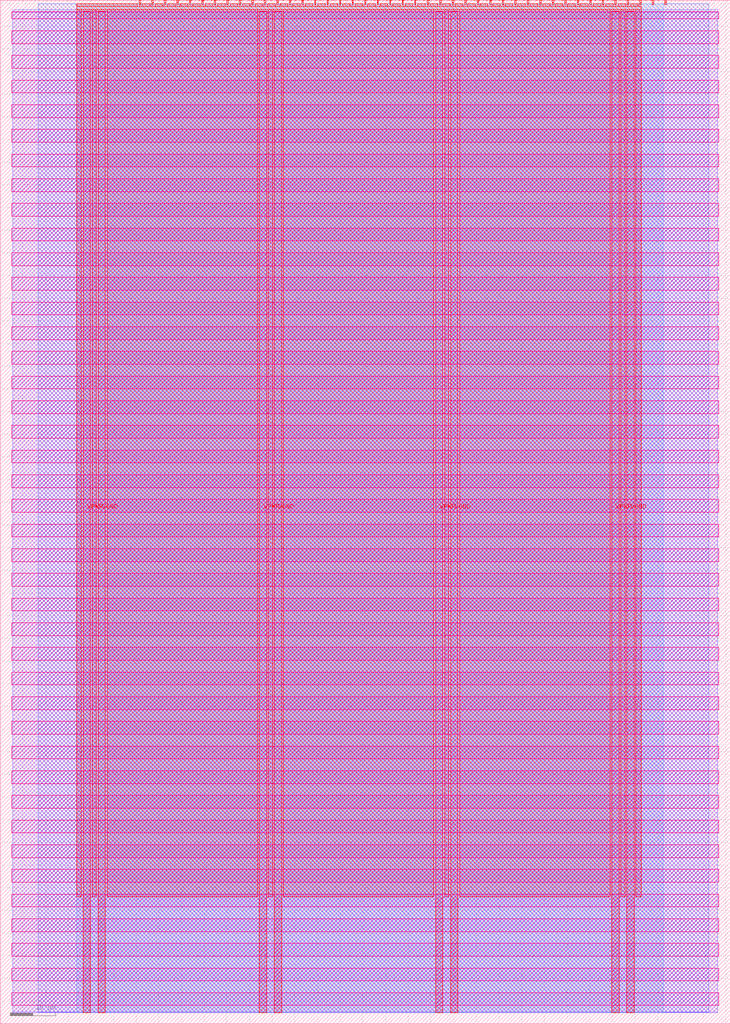
<source format=lef>
VERSION 5.7 ;
  NOWIREEXTENSIONATPIN ON ;
  DIVIDERCHAR "/" ;
  BUSBITCHARS "[]" ;
MACRO tt_um_16_mic_beamformer_arghunter
  CLASS BLOCK ;
  FOREIGN tt_um_16_mic_beamformer_arghunter ;
  ORIGIN 0.000 0.000 ;
  SIZE 161.000 BY 225.760 ;
  PIN VGND
    DIRECTION INOUT ;
    USE GROUND ;
    PORT
      LAYER met4 ;
        RECT 21.580 2.480 23.180 223.280 ;
    END
    PORT
      LAYER met4 ;
        RECT 60.450 2.480 62.050 223.280 ;
    END
    PORT
      LAYER met4 ;
        RECT 99.320 2.480 100.920 223.280 ;
    END
    PORT
      LAYER met4 ;
        RECT 138.190 2.480 139.790 223.280 ;
    END
  END VGND
  PIN VPWR
    DIRECTION INOUT ;
    USE POWER ;
    PORT
      LAYER met4 ;
        RECT 18.280 2.480 19.880 223.280 ;
    END
    PORT
      LAYER met4 ;
        RECT 57.150 2.480 58.750 223.280 ;
    END
    PORT
      LAYER met4 ;
        RECT 96.020 2.480 97.620 223.280 ;
    END
    PORT
      LAYER met4 ;
        RECT 134.890 2.480 136.490 223.280 ;
    END
  END VPWR
  PIN clk
    DIRECTION INPUT ;
    USE SIGNAL ;
    PORT
      LAYER met4 ;
        RECT 143.830 224.760 144.130 225.760 ;
    END
  END clk
  PIN ena
    DIRECTION INPUT ;
    USE SIGNAL ;
    PORT
      LAYER met4 ;
        RECT 146.590 224.760 146.890 225.760 ;
    END
  END ena
  PIN rst_n
    DIRECTION INPUT ;
    USE SIGNAL ;
    ANTENNAGATEAREA 0.196500 ;
    PORT
      LAYER met4 ;
        RECT 141.070 224.760 141.370 225.760 ;
    END
  END rst_n
  PIN ui_in[0]
    DIRECTION INPUT ;
    USE SIGNAL ;
    ANTENNAGATEAREA 0.196500 ;
    PORT
      LAYER met4 ;
        RECT 138.310 224.760 138.610 225.760 ;
    END
  END ui_in[0]
  PIN ui_in[1]
    DIRECTION INPUT ;
    USE SIGNAL ;
    ANTENNAGATEAREA 0.196500 ;
    PORT
      LAYER met4 ;
        RECT 135.550 224.760 135.850 225.760 ;
    END
  END ui_in[1]
  PIN ui_in[2]
    DIRECTION INPUT ;
    USE SIGNAL ;
    ANTENNAGATEAREA 0.196500 ;
    PORT
      LAYER met4 ;
        RECT 132.790 224.760 133.090 225.760 ;
    END
  END ui_in[2]
  PIN ui_in[3]
    DIRECTION INPUT ;
    USE SIGNAL ;
    ANTENNAGATEAREA 0.196500 ;
    PORT
      LAYER met4 ;
        RECT 130.030 224.760 130.330 225.760 ;
    END
  END ui_in[3]
  PIN ui_in[4]
    DIRECTION INPUT ;
    USE SIGNAL ;
    ANTENNAGATEAREA 0.196500 ;
    PORT
      LAYER met4 ;
        RECT 127.270 224.760 127.570 225.760 ;
    END
  END ui_in[4]
  PIN ui_in[5]
    DIRECTION INPUT ;
    USE SIGNAL ;
    ANTENNAGATEAREA 0.196500 ;
    PORT
      LAYER met4 ;
        RECT 124.510 224.760 124.810 225.760 ;
    END
  END ui_in[5]
  PIN ui_in[6]
    DIRECTION INPUT ;
    USE SIGNAL ;
    ANTENNAGATEAREA 0.196500 ;
    PORT
      LAYER met4 ;
        RECT 121.750 224.760 122.050 225.760 ;
    END
  END ui_in[6]
  PIN ui_in[7]
    DIRECTION INPUT ;
    USE SIGNAL ;
    ANTENNAGATEAREA 0.196500 ;
    PORT
      LAYER met4 ;
        RECT 118.990 224.760 119.290 225.760 ;
    END
  END ui_in[7]
  PIN uio_in[0]
    DIRECTION INPUT ;
    USE SIGNAL ;
    ANTENNAGATEAREA 0.213000 ;
    PORT
      LAYER met4 ;
        RECT 116.230 224.760 116.530 225.760 ;
    END
  END uio_in[0]
  PIN uio_in[1]
    DIRECTION INPUT ;
    USE SIGNAL ;
    ANTENNAGATEAREA 0.159000 ;
    PORT
      LAYER met4 ;
        RECT 113.470 224.760 113.770 225.760 ;
    END
  END uio_in[1]
  PIN uio_in[2]
    DIRECTION INPUT ;
    USE SIGNAL ;
    PORT
      LAYER met4 ;
        RECT 110.710 224.760 111.010 225.760 ;
    END
  END uio_in[2]
  PIN uio_in[3]
    DIRECTION INPUT ;
    USE SIGNAL ;
    PORT
      LAYER met4 ;
        RECT 107.950 224.760 108.250 225.760 ;
    END
  END uio_in[3]
  PIN uio_in[4]
    DIRECTION INPUT ;
    USE SIGNAL ;
    PORT
      LAYER met4 ;
        RECT 105.190 224.760 105.490 225.760 ;
    END
  END uio_in[4]
  PIN uio_in[5]
    DIRECTION INPUT ;
    USE SIGNAL ;
    PORT
      LAYER met4 ;
        RECT 102.430 224.760 102.730 225.760 ;
    END
  END uio_in[5]
  PIN uio_in[6]
    DIRECTION INPUT ;
    USE SIGNAL ;
    PORT
      LAYER met4 ;
        RECT 99.670 224.760 99.970 225.760 ;
    END
  END uio_in[6]
  PIN uio_in[7]
    DIRECTION INPUT ;
    USE SIGNAL ;
    PORT
      LAYER met4 ;
        RECT 96.910 224.760 97.210 225.760 ;
    END
  END uio_in[7]
  PIN uio_oe[0]
    DIRECTION OUTPUT ;
    USE SIGNAL ;
    ANTENNADIFFAREA 0.445500 ;
    PORT
      LAYER met4 ;
        RECT 49.990 224.760 50.290 225.760 ;
    END
  END uio_oe[0]
  PIN uio_oe[1]
    DIRECTION OUTPUT ;
    USE SIGNAL ;
    ANTENNADIFFAREA 0.445500 ;
    PORT
      LAYER met4 ;
        RECT 47.230 224.760 47.530 225.760 ;
    END
  END uio_oe[1]
  PIN uio_oe[2]
    DIRECTION OUTPUT ;
    USE SIGNAL ;
    ANTENNADIFFAREA 0.445500 ;
    PORT
      LAYER met4 ;
        RECT 44.470 224.760 44.770 225.760 ;
    END
  END uio_oe[2]
  PIN uio_oe[3]
    DIRECTION OUTPUT ;
    USE SIGNAL ;
    ANTENNADIFFAREA 0.445500 ;
    PORT
      LAYER met4 ;
        RECT 41.710 224.760 42.010 225.760 ;
    END
  END uio_oe[3]
  PIN uio_oe[4]
    DIRECTION OUTPUT ;
    USE SIGNAL ;
    ANTENNADIFFAREA 0.445500 ;
    PORT
      LAYER met4 ;
        RECT 38.950 224.760 39.250 225.760 ;
    END
  END uio_oe[4]
  PIN uio_oe[5]
    DIRECTION OUTPUT ;
    USE SIGNAL ;
    ANTENNADIFFAREA 0.445500 ;
    PORT
      LAYER met4 ;
        RECT 36.190 224.760 36.490 225.760 ;
    END
  END uio_oe[5]
  PIN uio_oe[6]
    DIRECTION OUTPUT ;
    USE SIGNAL ;
    ANTENNADIFFAREA 0.445500 ;
    PORT
      LAYER met4 ;
        RECT 33.430 224.760 33.730 225.760 ;
    END
  END uio_oe[6]
  PIN uio_oe[7]
    DIRECTION OUTPUT ;
    USE SIGNAL ;
    ANTENNADIFFAREA 0.445500 ;
    PORT
      LAYER met4 ;
        RECT 30.670 224.760 30.970 225.760 ;
    END
  END uio_oe[7]
  PIN uio_out[0]
    DIRECTION OUTPUT ;
    USE SIGNAL ;
    ANTENNADIFFAREA 0.445500 ;
    PORT
      LAYER met4 ;
        RECT 72.070 224.760 72.370 225.760 ;
    END
  END uio_out[0]
  PIN uio_out[1]
    DIRECTION OUTPUT ;
    USE SIGNAL ;
    ANTENNADIFFAREA 0.445500 ;
    PORT
      LAYER met4 ;
        RECT 69.310 224.760 69.610 225.760 ;
    END
  END uio_out[1]
  PIN uio_out[2]
    DIRECTION OUTPUT ;
    USE SIGNAL ;
    ANTENNADIFFAREA 0.445500 ;
    PORT
      LAYER met4 ;
        RECT 66.550 224.760 66.850 225.760 ;
    END
  END uio_out[2]
  PIN uio_out[3]
    DIRECTION OUTPUT ;
    USE SIGNAL ;
    ANTENNADIFFAREA 0.445500 ;
    PORT
      LAYER met4 ;
        RECT 63.790 224.760 64.090 225.760 ;
    END
  END uio_out[3]
  PIN uio_out[4]
    DIRECTION OUTPUT ;
    USE SIGNAL ;
    ANTENNADIFFAREA 0.445500 ;
    PORT
      LAYER met4 ;
        RECT 61.030 224.760 61.330 225.760 ;
    END
  END uio_out[4]
  PIN uio_out[5]
    DIRECTION OUTPUT ;
    USE SIGNAL ;
    ANTENNADIFFAREA 0.445500 ;
    PORT
      LAYER met4 ;
        RECT 58.270 224.760 58.570 225.760 ;
    END
  END uio_out[5]
  PIN uio_out[6]
    DIRECTION OUTPUT ;
    USE SIGNAL ;
    ANTENNADIFFAREA 0.445500 ;
    PORT
      LAYER met4 ;
        RECT 55.510 224.760 55.810 225.760 ;
    END
  END uio_out[6]
  PIN uio_out[7]
    DIRECTION OUTPUT ;
    USE SIGNAL ;
    ANTENNADIFFAREA 0.445500 ;
    PORT
      LAYER met4 ;
        RECT 52.750 224.760 53.050 225.760 ;
    END
  END uio_out[7]
  PIN uo_out[0]
    DIRECTION OUTPUT ;
    USE SIGNAL ;
    ANTENNADIFFAREA 0.445500 ;
    PORT
      LAYER met4 ;
        RECT 94.150 224.760 94.450 225.760 ;
    END
  END uo_out[0]
  PIN uo_out[1]
    DIRECTION OUTPUT ;
    USE SIGNAL ;
    ANTENNADIFFAREA 0.445500 ;
    PORT
      LAYER met4 ;
        RECT 91.390 224.760 91.690 225.760 ;
    END
  END uo_out[1]
  PIN uo_out[2]
    DIRECTION OUTPUT ;
    USE SIGNAL ;
    ANTENNADIFFAREA 0.445500 ;
    PORT
      LAYER met4 ;
        RECT 88.630 224.760 88.930 225.760 ;
    END
  END uo_out[2]
  PIN uo_out[3]
    DIRECTION OUTPUT ;
    USE SIGNAL ;
    ANTENNADIFFAREA 0.445500 ;
    PORT
      LAYER met4 ;
        RECT 85.870 224.760 86.170 225.760 ;
    END
  END uo_out[3]
  PIN uo_out[4]
    DIRECTION OUTPUT ;
    USE SIGNAL ;
    ANTENNADIFFAREA 0.445500 ;
    PORT
      LAYER met4 ;
        RECT 83.110 224.760 83.410 225.760 ;
    END
  END uo_out[4]
  PIN uo_out[5]
    DIRECTION OUTPUT ;
    USE SIGNAL ;
    ANTENNADIFFAREA 0.445500 ;
    PORT
      LAYER met4 ;
        RECT 80.350 224.760 80.650 225.760 ;
    END
  END uo_out[5]
  PIN uo_out[6]
    DIRECTION OUTPUT ;
    USE SIGNAL ;
    ANTENNADIFFAREA 0.445500 ;
    PORT
      LAYER met4 ;
        RECT 77.590 224.760 77.890 225.760 ;
    END
  END uo_out[6]
  PIN uo_out[7]
    DIRECTION OUTPUT ;
    USE SIGNAL ;
    ANTENNADIFFAREA 0.445500 ;
    PORT
      LAYER met4 ;
        RECT 74.830 224.760 75.130 225.760 ;
    END
  END uo_out[7]
  OBS
      LAYER nwell ;
        RECT 2.570 221.625 158.430 223.230 ;
        RECT 2.570 216.185 158.430 219.015 ;
        RECT 2.570 210.745 158.430 213.575 ;
        RECT 2.570 205.305 158.430 208.135 ;
        RECT 2.570 199.865 158.430 202.695 ;
        RECT 2.570 194.425 158.430 197.255 ;
        RECT 2.570 188.985 158.430 191.815 ;
        RECT 2.570 183.545 158.430 186.375 ;
        RECT 2.570 178.105 158.430 180.935 ;
        RECT 2.570 172.665 158.430 175.495 ;
        RECT 2.570 167.225 158.430 170.055 ;
        RECT 2.570 161.785 158.430 164.615 ;
        RECT 2.570 156.345 158.430 159.175 ;
        RECT 2.570 150.905 158.430 153.735 ;
        RECT 2.570 145.465 158.430 148.295 ;
        RECT 2.570 140.025 158.430 142.855 ;
        RECT 2.570 134.585 158.430 137.415 ;
        RECT 2.570 129.145 158.430 131.975 ;
        RECT 2.570 123.705 158.430 126.535 ;
        RECT 2.570 118.265 158.430 121.095 ;
        RECT 2.570 112.825 158.430 115.655 ;
        RECT 2.570 107.385 158.430 110.215 ;
        RECT 2.570 101.945 158.430 104.775 ;
        RECT 2.570 96.505 158.430 99.335 ;
        RECT 2.570 91.065 158.430 93.895 ;
        RECT 2.570 85.625 158.430 88.455 ;
        RECT 2.570 80.185 158.430 83.015 ;
        RECT 2.570 74.745 158.430 77.575 ;
        RECT 2.570 69.305 158.430 72.135 ;
        RECT 2.570 63.865 158.430 66.695 ;
        RECT 2.570 58.425 158.430 61.255 ;
        RECT 2.570 52.985 158.430 55.815 ;
        RECT 2.570 47.545 158.430 50.375 ;
        RECT 2.570 42.105 158.430 44.935 ;
        RECT 2.570 36.665 158.430 39.495 ;
        RECT 2.570 31.225 158.430 34.055 ;
        RECT 2.570 25.785 158.430 28.615 ;
        RECT 2.570 20.345 158.430 23.175 ;
        RECT 2.570 14.905 158.430 17.735 ;
        RECT 2.570 9.465 158.430 12.295 ;
        RECT 2.570 4.025 158.430 6.855 ;
      LAYER li1 ;
        RECT 2.760 2.635 158.240 223.125 ;
      LAYER met1 ;
        RECT 2.760 2.480 158.240 223.680 ;
      LAYER met2 ;
        RECT 8.380 2.535 156.300 224.925 ;
      LAYER met3 ;
        RECT 16.830 2.555 146.215 224.905 ;
      LAYER met4 ;
        RECT 16.855 224.360 30.270 224.905 ;
        RECT 31.370 224.360 33.030 224.905 ;
        RECT 34.130 224.360 35.790 224.905 ;
        RECT 36.890 224.360 38.550 224.905 ;
        RECT 39.650 224.360 41.310 224.905 ;
        RECT 42.410 224.360 44.070 224.905 ;
        RECT 45.170 224.360 46.830 224.905 ;
        RECT 47.930 224.360 49.590 224.905 ;
        RECT 50.690 224.360 52.350 224.905 ;
        RECT 53.450 224.360 55.110 224.905 ;
        RECT 56.210 224.360 57.870 224.905 ;
        RECT 58.970 224.360 60.630 224.905 ;
        RECT 61.730 224.360 63.390 224.905 ;
        RECT 64.490 224.360 66.150 224.905 ;
        RECT 67.250 224.360 68.910 224.905 ;
        RECT 70.010 224.360 71.670 224.905 ;
        RECT 72.770 224.360 74.430 224.905 ;
        RECT 75.530 224.360 77.190 224.905 ;
        RECT 78.290 224.360 79.950 224.905 ;
        RECT 81.050 224.360 82.710 224.905 ;
        RECT 83.810 224.360 85.470 224.905 ;
        RECT 86.570 224.360 88.230 224.905 ;
        RECT 89.330 224.360 90.990 224.905 ;
        RECT 92.090 224.360 93.750 224.905 ;
        RECT 94.850 224.360 96.510 224.905 ;
        RECT 97.610 224.360 99.270 224.905 ;
        RECT 100.370 224.360 102.030 224.905 ;
        RECT 103.130 224.360 104.790 224.905 ;
        RECT 105.890 224.360 107.550 224.905 ;
        RECT 108.650 224.360 110.310 224.905 ;
        RECT 111.410 224.360 113.070 224.905 ;
        RECT 114.170 224.360 115.830 224.905 ;
        RECT 116.930 224.360 118.590 224.905 ;
        RECT 119.690 224.360 121.350 224.905 ;
        RECT 122.450 224.360 124.110 224.905 ;
        RECT 125.210 224.360 126.870 224.905 ;
        RECT 127.970 224.360 129.630 224.905 ;
        RECT 130.730 224.360 132.390 224.905 ;
        RECT 133.490 224.360 135.150 224.905 ;
        RECT 136.250 224.360 137.910 224.905 ;
        RECT 139.010 224.360 140.670 224.905 ;
        RECT 16.855 223.680 141.385 224.360 ;
        RECT 16.855 28.055 17.880 223.680 ;
        RECT 20.280 28.055 21.180 223.680 ;
        RECT 23.580 28.055 56.750 223.680 ;
        RECT 59.150 28.055 60.050 223.680 ;
        RECT 62.450 28.055 95.620 223.680 ;
        RECT 98.020 28.055 98.920 223.680 ;
        RECT 101.320 28.055 134.490 223.680 ;
        RECT 136.890 28.055 137.790 223.680 ;
        RECT 140.190 28.055 141.385 223.680 ;
  END
END tt_um_16_mic_beamformer_arghunter
END LIBRARY


</source>
